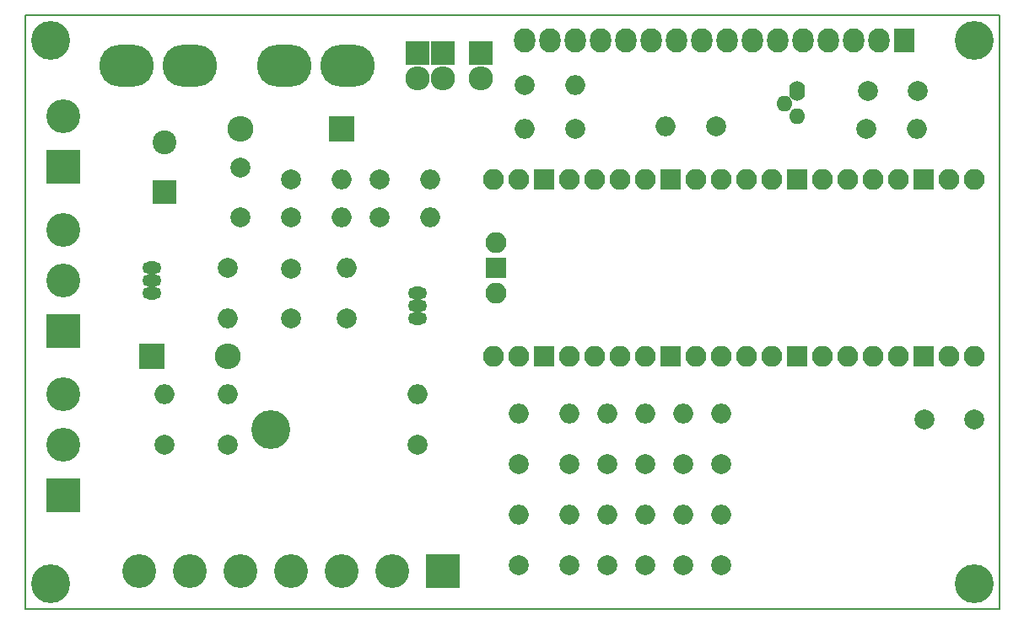
<source format=gbr>
G04 #@! TF.FileFunction,Soldermask,Bot*
%FSLAX46Y46*%
G04 Gerber Fmt 4.6, Leading zero omitted, Abs format (unit mm)*
G04 Created by KiCad (PCBNEW 4.0.5+dfsg1-4+deb9u1) date Tue Nov 15 17:13:48 2022*
%MOMM*%
%LPD*%
G01*
G04 APERTURE LIST*
%ADD10C,0.100000*%
%ADD11C,0.150000*%
%ADD12C,3.900000*%
%ADD13O,2.100000X2.100000*%
%ADD14R,2.100000X2.100000*%
%ADD15C,2.000000*%
%ADD16O,2.000000X2.000000*%
%ADD17R,3.400000X3.400000*%
%ADD18C,3.400000*%
%ADD19R,2.127200X2.432000*%
%ADD20O,2.127200X2.432000*%
%ADD21R,2.400000X2.400000*%
%ADD22C,2.400000*%
%ADD23R,2.600000X2.600000*%
%ADD24O,2.600000X2.600000*%
%ADD25O,5.480000X4.240000*%
%ADD26R,2.432000X2.432000*%
%ADD27O,2.432000X2.432000*%
%ADD28O,1.901140X1.299160*%
%ADD29O,1.600000X2.000000*%
%ADD30O,1.600000X1.600000*%
G04 APERTURE END LIST*
D10*
D11*
X193802000Y-68834000D02*
X193802000Y-128524000D01*
X96012000Y-68834000D02*
X193802000Y-68834000D01*
X96012000Y-128524000D02*
X96012000Y-68834000D01*
X193802000Y-128524000D02*
X96012000Y-128524000D01*
D12*
X120650000Y-110490000D03*
D13*
X191262000Y-85344000D03*
X188722000Y-85344000D03*
D14*
X186182000Y-85344000D03*
D13*
X183642000Y-85344000D03*
X181102000Y-85344000D03*
X178562000Y-85344000D03*
X176022000Y-85344000D03*
D14*
X173482000Y-85344000D03*
D13*
X170942000Y-85344000D03*
X168402000Y-85344000D03*
X165862000Y-85344000D03*
X163322000Y-85344000D03*
D14*
X160782000Y-85344000D03*
D13*
X158242000Y-85344000D03*
X155702000Y-85344000D03*
X153162000Y-85344000D03*
X150622000Y-85344000D03*
D14*
X148082000Y-85344000D03*
D13*
X145542000Y-85344000D03*
X143002000Y-85344000D03*
X143002000Y-103124000D03*
X145542000Y-103124000D03*
D14*
X148082000Y-103124000D03*
D13*
X150622000Y-103124000D03*
X153162000Y-103124000D03*
X155702000Y-103124000D03*
X158242000Y-103124000D03*
D14*
X160782000Y-103124000D03*
D13*
X163322000Y-103124000D03*
X165862000Y-103124000D03*
X168402000Y-103124000D03*
X170942000Y-103124000D03*
D14*
X173482000Y-103124000D03*
D13*
X176022000Y-103124000D03*
X178562000Y-103124000D03*
X181102000Y-103124000D03*
X183642000Y-103124000D03*
D14*
X186182000Y-103124000D03*
D13*
X188722000Y-103124000D03*
X191262000Y-103124000D03*
X143232000Y-91694000D03*
D14*
X143232000Y-94234000D03*
D13*
X143232000Y-96774000D03*
D15*
X146177000Y-75819000D03*
D16*
X151257000Y-75819000D03*
D17*
X99822000Y-100584000D03*
D18*
X99822000Y-95504000D03*
X99822000Y-90424000D03*
D12*
X191262000Y-125984000D03*
X191262000Y-71374000D03*
X98552000Y-71374000D03*
X98552000Y-125984000D03*
D19*
X184277000Y-71374000D03*
D20*
X181737000Y-71374000D03*
X179197000Y-71374000D03*
X176657000Y-71374000D03*
X174117000Y-71374000D03*
X171577000Y-71374000D03*
X169037000Y-71374000D03*
X166497000Y-71374000D03*
X163957000Y-71374000D03*
X161417000Y-71374000D03*
X158877000Y-71374000D03*
X156337000Y-71374000D03*
X153797000Y-71374000D03*
X151257000Y-71374000D03*
X148717000Y-71374000D03*
X146177000Y-71374000D03*
D21*
X109982000Y-86614000D03*
D22*
X109982000Y-81614000D03*
D15*
X180594000Y-76454000D03*
X185594000Y-76454000D03*
X122682000Y-99314000D03*
X122682000Y-94314000D03*
X191262000Y-109474000D03*
X186262000Y-109474000D03*
X117602000Y-89154000D03*
X117602000Y-84154000D03*
D23*
X127762000Y-80264000D03*
D24*
X117602000Y-80264000D03*
D23*
X108712000Y-103124000D03*
D24*
X116332000Y-103124000D03*
D25*
X106172000Y-73914000D03*
X112522000Y-73914000D03*
X122047000Y-73914000D03*
X128397000Y-73914000D03*
D17*
X99822000Y-84074000D03*
D18*
X99822000Y-78994000D03*
D17*
X99822000Y-117094000D03*
D18*
X99822000Y-112014000D03*
X99822000Y-106934000D03*
D26*
X141732000Y-72644000D03*
D27*
X141732000Y-75184000D03*
D26*
X137922000Y-72644000D03*
D27*
X137922000Y-75184000D03*
D26*
X135382000Y-72644000D03*
D27*
X135382000Y-75184000D03*
D18*
X112522000Y-124714000D03*
X132842000Y-124714000D03*
X127762000Y-124714000D03*
D17*
X137922000Y-124714000D03*
D18*
X122682000Y-124714000D03*
X117602000Y-124714000D03*
X107442000Y-124714000D03*
D15*
X116332000Y-112014000D03*
D16*
X116332000Y-106934000D03*
D15*
X116332000Y-94234000D03*
D16*
X116332000Y-99314000D03*
D15*
X109982000Y-112014000D03*
D16*
X109982000Y-106934000D03*
D15*
X128270000Y-99314000D03*
D16*
X128270000Y-94234000D03*
D15*
X165354000Y-80010000D03*
D16*
X160274000Y-80010000D03*
D15*
X135382000Y-112014000D03*
D16*
X135382000Y-106934000D03*
D15*
X180467000Y-80264000D03*
D16*
X185547000Y-80264000D03*
D15*
X151257000Y-80264000D03*
D16*
X146177000Y-80264000D03*
D28*
X108712000Y-95504000D03*
X108712000Y-96774000D03*
X108712000Y-94234000D03*
X135382000Y-98044000D03*
X135382000Y-96774000D03*
X135382000Y-99314000D03*
D29*
X173482000Y-76454000D03*
D30*
X172212000Y-77724000D03*
X173482000Y-78994000D03*
D15*
X165862000Y-113919000D03*
D16*
X165862000Y-108839000D03*
D15*
X162052000Y-113919000D03*
D16*
X162052000Y-108839000D03*
D15*
X158242000Y-113919000D03*
D16*
X158242000Y-108839000D03*
D15*
X154432000Y-113919000D03*
D16*
X154432000Y-108839000D03*
D15*
X150622000Y-113919000D03*
D16*
X150622000Y-108839000D03*
D15*
X145542000Y-113919000D03*
D16*
X145542000Y-108839000D03*
D15*
X131572000Y-89154000D03*
D16*
X136652000Y-89154000D03*
D15*
X131572000Y-85344000D03*
D16*
X136652000Y-85344000D03*
D15*
X165862000Y-124079000D03*
D16*
X165862000Y-118999000D03*
D15*
X162052000Y-124079000D03*
D16*
X162052000Y-118999000D03*
D15*
X158242000Y-124079000D03*
D16*
X158242000Y-118999000D03*
D15*
X154432000Y-124079000D03*
D16*
X154432000Y-118999000D03*
D15*
X150622000Y-124079000D03*
D16*
X150622000Y-118999000D03*
D15*
X145542000Y-124079000D03*
D16*
X145542000Y-118999000D03*
D15*
X122682000Y-89154000D03*
D16*
X127762000Y-89154000D03*
D15*
X122682000Y-85344000D03*
D16*
X127762000Y-85344000D03*
M02*

</source>
